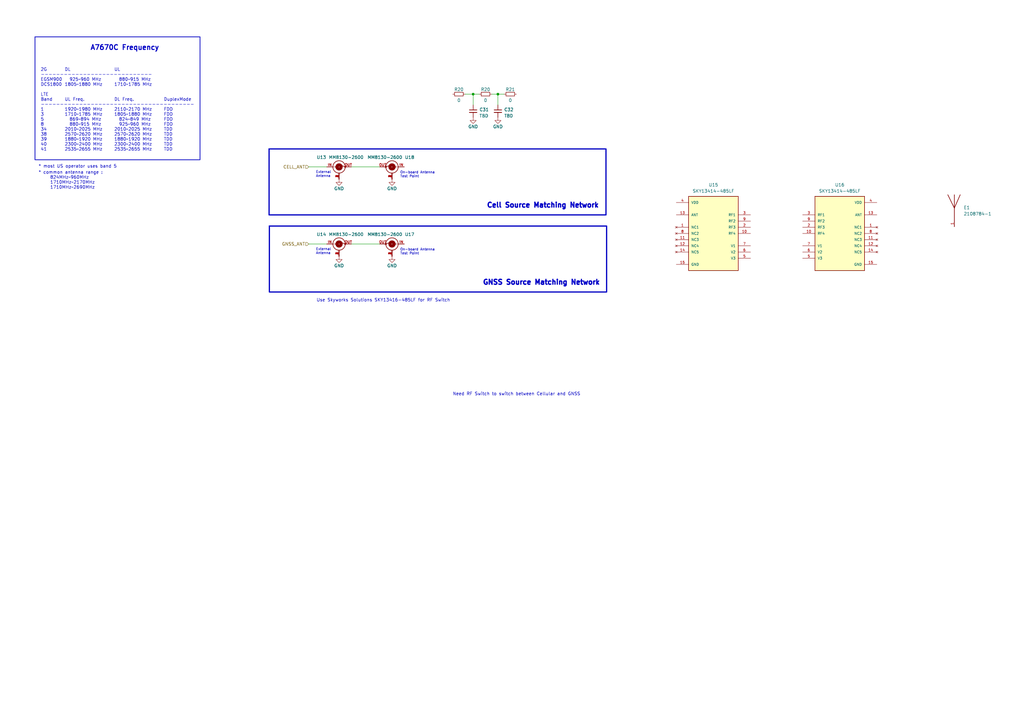
<source format=kicad_sch>
(kicad_sch (version 20230121) (generator eeschema)
  (paper "A3")
  (lib_symbols
    (symbol "Device:C_Small" (pin_numbers hide) (pin_names (offset 0.254) hide)
      (property "Reference" "C" (at 0.254 1.778 0))
      (property "Value" "C_Small" (at 0.254 -2.032 0))
      (symbol "C_Small_0_1"
        (polyline (pts (xy -1.524 -0.508) (xy 1.524 -0.508)) (stroke (width 0.3302)))
        (polyline (pts (xy -1.524 0.508) (xy 1.524 0.508)) (stroke (width 0.3048)))
      )
      (symbol "C_Small_1_1"
        (pin passive line (at 0 2.54 270) (length 2.032) (name "~") (number "1"))
        (pin passive line (at 0 -2.54 90) (length 2.032) (name "~") (number "2"))
      )
    )
    (symbol "Device:R_Small" (pin_numbers hide) (pin_names (offset 0.254) hide)
      (property "Reference" "R" (at 0.762 0.508 0))
      (property "Value" "R_Small" (at 0.762 -1.016 0))
      (symbol "R_Small_0_1"
        (rectangle (start -0.762 1.778) (end 0.762 -1.778) (stroke (width 0.2032)))
      )
      (symbol "R_Small_1_1"
        (pin passive line (at 0 2.54 270) (length 0.762) (name "~") (number "1"))
        (pin passive line (at 0 -2.54 90) (length 0.762) (name "~") (number "2"))
      )
    )
    (symbol "bwlc1a:2108784-1" (pin_names (offset 1.016))
      (property "Reference" "E" (at 2.8004 5.8496 0))
      (property "Value" "2108784-1" (at 2.6732 3.813 0))
      (symbol "2108784-1_0_0"
        (polyline (pts (xy 0 2.54) (xy -2.667 8.001)) (stroke (width 0.254)))
        (polyline (pts (xy 0 2.54) (xy 0 -5.08)) (stroke (width 0.254)))
        (polyline (pts (xy 0 8.001) (xy 0 2.54)) (stroke (width 0.254)))
        (polyline (pts (xy 2.413 8.001) (xy 0 2.54)) (stroke (width 0.254)))
      )
      (symbol "2108784-1_1_0"
        (pin input line (at 0 -5.08 90) (length 2.54) (name "~") (number "1"))
      )
    )
    (symbol "bwlc1a:MM8130-2600" (pin_names (offset 1.016))
      (property "Reference" "U" (at -2.54 5.08 0))
      (property "Value" "MM8130-2600" (at -2.54 3.048 0))
      (symbol "MM8130-2600_0_0"
        (polyline (pts (xy -2.54 0) (xy -2.286 0)) (stroke (width 0.254)))
        (polyline (pts (xy -1.524 0) (xy -1.778 0)) (stroke (width 0.254)))
        (polyline (pts (xy 0 0) (xy -1.016 0)) (stroke (width 0.254)))
        (polyline (pts (xy 2.54 0) (xy -0.254 1.016)) (stroke (width 0.254)))
        (circle (center 0 0) (radius 0.2032) (stroke (width 1.27)))
        (circle (center 0 0) (radius 2.54) (stroke (width 0.254)))
        (circle (center 2.54 0) (radius 0.254) (stroke (width 0.254)))
        (pin passive line (at 0 -5.08 90) (length 2.54) (name "~") (number "1"))
        (pin passive line (at 0 -5.08 90) (length 2.54) (name "~") (number "2"))
        (pin passive line (at 0 -5.08 90) (length 2.54) (name "~") (number "3"))
        (pin passive line (at 0 -5.08 90) (length 2.54) (name "~") (number "4"))
        (pin passive line (at -5.08 0 0) (length 2.54) (name "~") (number "IN"))
        (pin passive line (at 5.08 0 180) (length 2.54) (name "~") (number "OUT"))
      )
    )
    (symbol "bwlc1a:SKY13414-485LF" (pin_names (offset 1.016))
      (property "Reference" "U" (at -10.16 16.002 0))
      (property "Value" "SKY13414-485LF" (at -10.16 -17.78 0))
      (symbol "SKY13414-485LF_0_0"
        (rectangle (start -10.16 15.24) (end 10.16 -15.24) (stroke (width 0.254)) (fill (type background)))
        (pin no_connect line (at 15.24 2.54 180) (length 5.08) (name "NC1") (number "1"))
        (pin bidirectional line (at -15.24 0 0) (length 5.08) (name "RF4") (number "10"))
        (pin no_connect line (at 15.24 -2.54 180) (length 5.08) (name "NC3") (number "11"))
        (pin no_connect line (at 15.24 -5.08 180) (length 5.08) (name "NC4") (number "12"))
        (pin bidirectional line (at 15.24 7.62 180) (length 5.08) (name "ANT") (number "13"))
        (pin no_connect line (at 15.24 -7.62 180) (length 5.08) (name "NC5") (number "14"))
        (pin power_in line (at 15.24 -12.7 180) (length 5.08) (name "GND") (number "15"))
        (pin bidirectional line (at -15.24 2.54 0) (length 5.08) (name "RF3") (number "2"))
        (pin bidirectional line (at -15.24 7.62 0) (length 5.08) (name "RF1") (number "3"))
        (pin power_in line (at 15.24 12.7 180) (length 5.08) (name "VDD") (number "4"))
        (pin input line (at -15.24 -10.16 0) (length 5.08) (name "V3") (number "5"))
        (pin input line (at -15.24 -7.62 0) (length 5.08) (name "V2") (number "6"))
        (pin input line (at -15.24 -5.08 0) (length 5.08) (name "V1") (number "7"))
        (pin no_connect line (at 15.24 0 180) (length 5.08) (name "NC2") (number "8"))
        (pin bidirectional line (at -15.24 5.08 0) (length 5.08) (name "RF2") (number "9"))
      )
    )
    (symbol "power:GND" (power) (pin_names (offset 0))
      (property "Value" "GND" (at 0 -3.81 0))
      (symbol "GND_0_1"
        (polyline (pts (xy 0 0) (xy 0 -1.27) (xy 1.27 -1.27) (xy 0 -2.54) (xy -1.27 -1.27) (xy 0 -1.27)))
      )
      (symbol "GND_1_1"
        (pin power_in line (at 0 0 270) (length 0) hide (name "GND") (number "1"))
      )
    )
  )
  (junction (at 204.216 38.608))
  (junction (at 194.056 38.608))
  (wire (pts (xy 144.145 100.076) (xy 155.702 100.076)))
  (wire (pts (xy 126.619 100.076) (xy 133.985 100.076)))
  (wire (pts (xy 204.216 38.608) (xy 204.216 43.053)))
  (wire (pts (xy 144.145 68.453) (xy 155.702 68.453)))
  (wire (pts (xy 201.676 38.608) (xy 204.216 38.608)))
  (wire (pts (xy 190.754 38.608) (xy 194.056 38.608)))
  (wire (pts (xy 204.216 38.608) (xy 206.756 38.608)))
  (wire (pts (xy 194.056 38.608) (xy 196.596 38.608)))
  (wire (pts (xy 126.619 68.453) (xy 133.985 68.453)))
  (wire (pts (xy 194.056 38.608) (xy 194.056 43.053)))
  (rectangle (start 110.363 61.087) (end 248.539 88.138) (stroke (width 0.5)))
  (rectangle (start 110.49 92.71) (end 248.793 119.761) (stroke (width 0.5)))
  (rectangle (start 14.351 15.113) (end 82.042 65.532) (stroke (width 0.3)))
  (text "Cell Source Matching Network" (at 199.517 85.471 0) (effects (font (size 2 2) (thickness 0.6) bold) (justify left bottom)))
  (text "External \nAntenna" (at 129.54 104.521 0) (effects (font (size 1 1)) (justify left bottom)))
  (text "A7670C Frequency" (at 36.957 20.828 0) (effects (font (size 2 2) (thickness 0.4) bold) (justify left bottom)))
  (text "External \nAntenna" (at 129.54 72.898 0) (effects (font (size 1 1)) (justify left bottom)))
  (text "Need RF Switch to switch between Cellular and GNSS" (at 185.674 162.433 0) (effects (font (size 1.27 1.27)) (justify left bottom)))
  (text "On-board Antenna\nTest Point" (at 164.084 104.648 0) (effects (font (size 1 1)) (justify left bottom)))
  (text "On-board Antenna\nTest Point" (at 164.084 73.025 0) (effects (font (size 1 1)) (justify left bottom)))
  (text "* common antenna range :\n	824MHz~960MHz\n	1710MHz~2170MHz \n	1710MHz~2690MHz" (at 15.748 77.724 0) (effects (font (size 1.27 1.27)) (justify left bottom)))
  (text "2G		DL				UL\n-----------------------------\nEGSM900	  925~960 MHz	  880~915 MHz\nDCS1800	1805~1880 MHz 	1710~1785 MHz\n\nLTE\nBand	UL Freq.		DL Freq. 		DuplexMode\n----------------------------------------\n1 		1920~1980 MHz	2110~2170 MHz	FDD\n3 		1710~1785 MHz	1805~1880 MHz	FDD\n5 		  869~894 MHz	  824~849 MHz	FDD\n8 		  880~915 MHz	  925~960 MHz 	FDD\n34 		2010~2025 MHz	2010~2025 MHz 	TDD\n38 		2570~2620 MHz 	2570~2620 MHz	TDD\n39 		1880~1920 MHz 	1880~1920 MHz	TDD\n40 		2300~2400 MHz 	2300~2400 MHz	TDD\n41 		2535~2655 MHz 	2535~2655 MHz	TDD" (at 16.637 62.103 0) (effects (font (size 1.27 1.27)) (justify left bottom)))
  (text "GNSS Source Matching Network" (at 197.866 117.094 0) (effects (font (size 2 2) (thickness 0.6) bold) (justify left bottom)))
  (text "* most US operator uses band 5" (at 15.748 69.088 0) (effects (font (size 1.27 1.27)) (justify left bottom)))
  (text "Use Skyworks Solutions SKY13416-485LF for RF Switch" (at 129.794 123.952 0) (effects (font (size 1.27 1.27)) (justify left bottom)))
  (hierarchical_label "GNSS_ANT" (shape input) (at 126.619 100.076 180))
  (hierarchical_label "CELL_ANT" (shape input) (at 126.619 68.453 180))
  (symbol (lib_id "power:GND") (at 204.216 48.133 0) (unit 1)
    (property "Reference" "#PWR042" (effects hide))
    (property "Value" "GND" (at 204.216 51.943 0))
    (instances (project "bwlc1a" (path "" (reference "#PWR042") (unit 1)) (path "" (reference "#PWR081") (unit 1)) (path "" (reference "#PWR0120") (unit 1))))
  )
  (symbol (lib_id "Device:C_Small") (at 204.216 45.593 0) (unit 1)
    (property "Reference" "C32" (at 206.756 44.9643 0) (effects (justify left)))
    (property "Value" "TBD" (at 206.756 47.5043 0) (effects (justify left)))
    (property "Footprint" "Capacitor_SMD:C_0402_1005Metric" (effects hide))
    (property "Description" "DNP" (effects hide))
    (property "Distributor" "-" (effects hide))
    (property "Distributor Link" "-" (effects hide))
    (property "Distributor Part Number" "-" (effects hide))
    (property "Id" "16" (effects hide))
    (property "Manufacture" "-" (effects hide))
    (property "Manufacture Part Number" "-" (effects hide))
    (property "Type" "SMD" (effects hide))
    (instances (project "bwlc1a" (path "" (reference "C32") (unit 1)) (path "" (reference "C36") (unit 1)) (path "" (reference "C51") (unit 1))))
  )
  (symbol (lib_id "power:GND") (at 160.782 105.156 0) (unit 1)
    (property "Reference" "#PWR041" (effects hide))
    (property "Value" "GND" (at 160.782 108.966 0))
    (instances (project "bwlc1a" (path "" (reference "#PWR041") (unit 1)) (path "" (reference "#PWR080") (unit 1)) (path "" (reference "#PWR019") (unit 1))))
  )
  (symbol (lib_id "Device:R_Small") (at 188.214 38.608 90) (unit 1)
    (property "Reference" "R20" (at 188.214 36.703 90))
    (property "Value" "0" (at 188.214 41.148 90))
    (property "Footprint" "Resistor_SMD:R_0402_1005Metric" (effects hide))
    (property "Description" "62.5mW Thick Film Resistors ±5% 0Ω 0402 Chip Resistor - Surface Mount ROHS" (effects hide))
    (property "Distributor" "LCSC" (effects hide))
    (property "Distributor Link" "https://www.lcsc.com/product-detail/Chip-Resistor-Surface-Mount_UNI-ROYAL-Uniroyal-Elec-0402WGJ0000TCE_C21376.html" (effects hide))
    (property "Distributor Part Number" "C21376" (effects hide))
    (property "Id" "45" (effects hide))
    (property "Manufacture" "UNI-ROYAL(Uniroyal Elec)" (effects hide))
    (property "Manufacture Part Number" "0402WGJ0000TCE" (effects hide))
    (property "Type" "SMD" (effects hide))
    (instances (project "bwlc1a" (path "" (reference "R20") (unit 1)) (path "" (reference "R24") (unit 1)) (path "" (reference "R5") (unit 1))))
  )
  (symbol (lib_id "bwlc1a:MM8130-2600") (at 139.065 100.076 0) (unit 1)
    (property "Reference" "U14" (at 131.826 96.139 0))
    (property "Value" "MM8130-2600" (at 141.986 96.139 0))
    (property "Footprint" "bwlc1a:MM8130-2600" (effects hide))
  )
  (symbol (lib_id "Device:R_Small") (at 199.136 38.608 90) (unit 1)
    (property "Reference" "R20" (at 199.136 36.703 90))
    (property "Value" "0" (at 199.136 41.148 90))
    (property "Footprint" "Resistor_SMD:R_0402_1005Metric" (effects hide))
    (property "Description" "62.5mW Thick Film Resistors ±5% 0Ω 0402 Chip Resistor - Surface Mount ROHS" (effects hide))
    (property "Distributor" "LCSC" (effects hide))
    (property "Distributor Link" "https://www.lcsc.com/product-detail/Chip-Resistor-Surface-Mount_UNI-ROYAL-Uniroyal-Elec-0402WGJ0000TCE_C21376.html" (effects hide))
    (property "Distributor Part Number" "C21376" (effects hide))
    (property "Id" "45" (effects hide))
    (property "Manufacture" "UNI-ROYAL(Uniroyal Elec)" (effects hide))
    (property "Manufacture Part Number" "0402WGJ0000TCE" (effects hide))
    (property "Type" "SMD" (effects hide))
    (instances (project "bwlc1a" (path "" (reference "R20") (unit 1)) (path "" (reference "R24") (unit 1)) (path "" (reference "R34") (unit 1))))
  )
  (symbol (lib_id "bwlc1a:2108784-1") (at 391.414 87.884 0) (unit 1)
    (property "Reference" "E1" (at 395.224 85.1535 0) (effects (justify left)))
    (property "Value" "2108784-1" (at 395.224 87.6935 0) (effects (justify left)))
    (property "Footprint" "bwlc1a:2108784-1" (effects hide))
  )
  (symbol (lib_id "power:GND") (at 139.065 73.533 0) (unit 1)
    (property "Reference" "#PWR041" (effects hide))
    (property "Value" "GND" (at 139.065 77.343 0))
    (instances (project "bwlc1a" (path "" (reference "#PWR041") (unit 1)) (path "" (reference "#PWR080") (unit 1)) (path "" (reference "#PWR020") (unit 1))))
  )
  (symbol (lib_id "bwlc1a:SKY13414-485LF") (at 344.424 95.758 0) (unit 1)
    (property "Reference" "U16" (at 344.424 75.819 0))
    (property "Value" "SKY13414-485LF" (at 344.424 78.359 0))
  )
  (symbol (lib_id "power:GND") (at 139.065 105.156 0) (unit 1)
    (property "Reference" "#PWR041" (effects hide))
    (property "Value" "GND" (at 139.065 108.966 0))
    (instances (project "bwlc1a" (path "" (reference "#PWR041") (unit 1)) (path "" (reference "#PWR080") (unit 1)) (path "" (reference "#PWR081") (unit 1))))
  )
  (symbol (lib_id "bwlc1a:MM8130-2600") (at 160.782 100.076 0) (mirror y) (unit 1)
    (property "Reference" "U17" (at 168.021 96.139 0))
    (property "Value" "MM8130-2600" (at 157.861 96.139 0))
    (property "Footprint" "bwlc1a:MM8130-2600" (effects hide))
  )
  (symbol (lib_id "Device:C_Small") (at 194.056 45.593 0) (unit 1)
    (property "Reference" "C31" (at 196.596 44.9643 0) (effects (justify left)))
    (property "Value" "TBD" (at 196.596 47.5043 0) (effects (justify left)))
    (property "Footprint" "Capacitor_SMD:C_0402_1005Metric" (effects hide))
    (property "Description" "DNP" (effects hide))
    (property "Distributor" "-" (effects hide))
    (property "Distributor Link" "-" (effects hide))
    (property "Distributor Part Number" "-" (effects hide))
    (property "Id" "16" (effects hide))
    (property "Manufacture" "-" (effects hide))
    (property "Manufacture Part Number" "-" (effects hide))
    (property "Type" "SMD" (effects hide))
    (instances (project "bwlc1a" (path "" (reference "C31") (unit 1)) (path "" (reference "C35") (unit 1)) (path "" (reference "C50") (unit 1))))
  )
  (symbol (lib_id "bwlc1a:SKY13414-485LF") (at 292.608 95.758 0) (mirror y) (unit 1)
    (property "Reference" "U15" (at 292.608 75.819 0))
    (property "Value" "SKY13414-485LF" (at 292.608 78.359 0))
  )
  (symbol (lib_id "power:GND") (at 194.056 48.133 0) (unit 1)
    (property "Reference" "#PWR041" (effects hide))
    (property "Value" "GND" (at 194.056 51.943 0))
    (instances (project "bwlc1a" (path "" (reference "#PWR041") (unit 1)) (path "" (reference "#PWR080") (unit 1)) (path "" (reference "#PWR082") (unit 1))))
  )
  (symbol (lib_id "bwlc1a:MM8130-2600") (at 139.065 68.453 0) (unit 1)
    (property "Reference" "U13" (at 131.826 64.516 0))
    (property "Value" "MM8130-2600" (at 141.986 64.516 0))
    (property "Footprint" "bwlc1a:MM8130-2600" (effects hide))
  )
  (symbol (lib_id "bwlc1a:MM8130-2600") (at 160.782 68.453 0) (mirror y) (unit 1)
    (property "Reference" "U18" (at 168.021 64.516 0))
    (property "Value" "MM8130-2600" (at 157.861 64.516 0))
    (property "Footprint" "bwlc1a:MM8130-2600" (effects hide))
  )
  (symbol (lib_id "power:GND") (at 160.782 73.533 0) (unit 1)
    (property "Reference" "#PWR041" (effects hide))
    (property "Value" "GND" (at 160.782 77.343 0))
    (instances (project "bwlc1a" (path "" (reference "#PWR041") (unit 1)) (path "" (reference "#PWR080") (unit 1)) (path "" (reference "#PWR026") (unit 1))))
  )
  (symbol (lib_id "Device:R_Small") (at 209.296 38.608 90) (unit 1)
    (property "Reference" "R21" (at 209.296 36.703 90))
    (property "Value" "0" (at 209.296 41.148 90))
    (property "Footprint" "Resistor_SMD:R_0402_1005Metric" (effects hide))
    (property "Description" "62.5mW Thick Film Resistors ±5% 0Ω 0402 Chip Resistor - Surface Mount ROHS" (effects hide))
    (property "Distributor" "LCSC" (effects hide))
    (property "Distributor Link" "https://www.lcsc.com/product-detail/Chip-Resistor-Surface-Mount_UNI-ROYAL-Uniroyal-Elec-0402WGJ0000TCE_C21376.html" (effects hide))
    (property "Distributor Part Number" "C21376" (effects hide))
    (property "Id" "45" (effects hide))
    (property "Manufacture" "UNI-ROYAL(Uniroyal Elec)" (effects hide))
    (property "Manufacture Part Number" "0402WGJ0000TCE" (effects hide))
    (property "Type" "SMD" (effects hide))
    (instances (project "bwlc1a" (path "" (reference "R21") (unit 1)) (path "" (reference "R25") (unit 1)) (path "" (reference "R35") (unit 1))))
  )
)
</source>
